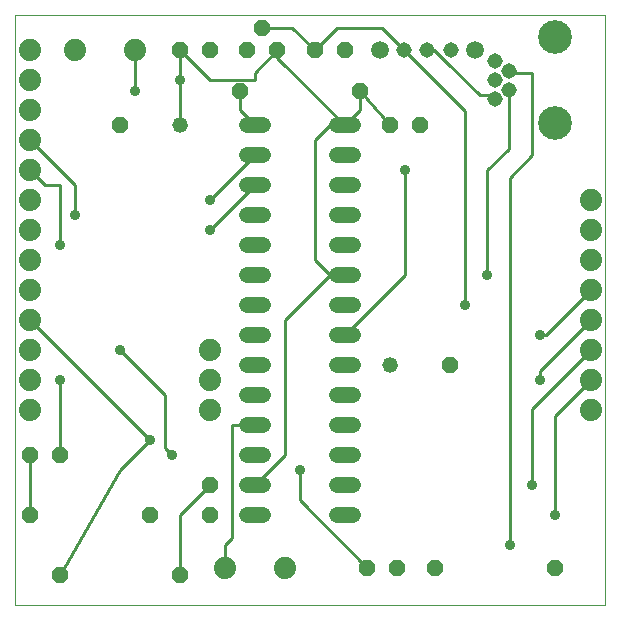
<source format=gtl>
G75*
%MOIN*%
%OFA0B0*%
%FSLAX25Y25*%
%IPPOS*%
%LPD*%
%AMOC8*
5,1,8,0,0,1.08239X$1,22.5*
%
%ADD10C,0.00000*%
%ADD11OC8,0.05200*%
%ADD12C,0.05200*%
%ADD13C,0.05150*%
%ADD14C,0.11220*%
%ADD15C,0.07400*%
%ADD16C,0.05200*%
%ADD17C,0.05937*%
%ADD18C,0.01000*%
%ADD19C,0.03562*%
D10*
X0001600Y0001600D02*
X0001600Y0198450D01*
X0198450Y0198450D01*
X0198450Y0001600D01*
X0001600Y0001600D01*
D11*
X0016600Y0011600D03*
X0006600Y0031600D03*
X0006600Y0051600D03*
X0016600Y0051600D03*
X0046600Y0031600D03*
X0066600Y0031600D03*
X0066600Y0041600D03*
X0056600Y0011600D03*
X0119100Y0014100D03*
X0129100Y0014100D03*
X0141600Y0014100D03*
X0181600Y0014100D03*
X0146600Y0081600D03*
X0136600Y0161600D03*
X0126600Y0161600D03*
X0116600Y0172850D03*
X0111600Y0186600D03*
X0101600Y0186600D03*
X0089100Y0186600D03*
X0084100Y0194100D03*
X0079100Y0186600D03*
X0066600Y0186600D03*
X0056600Y0186600D03*
X0076600Y0172850D03*
X0036600Y0161600D03*
D12*
X0056600Y0161600D03*
X0126600Y0081600D03*
D13*
X0161521Y0170301D03*
X0166246Y0173450D03*
X0161521Y0176600D03*
X0166246Y0179750D03*
X0161521Y0182899D03*
X0146974Y0186600D03*
X0139100Y0186600D03*
X0131226Y0186600D03*
D14*
X0181600Y0190970D03*
X0181600Y0162230D03*
D15*
X0193600Y0136600D03*
X0193600Y0126600D03*
X0193600Y0116600D03*
X0193600Y0106600D03*
X0193600Y0096600D03*
X0193600Y0086600D03*
X0193600Y0076600D03*
X0193600Y0066600D03*
X0091600Y0014100D03*
X0071600Y0014100D03*
X0066600Y0066600D03*
X0066600Y0076600D03*
X0066600Y0086600D03*
X0006600Y0086600D03*
X0006600Y0076600D03*
X0006600Y0066600D03*
X0006600Y0096600D03*
X0006600Y0106600D03*
X0006600Y0116600D03*
X0006600Y0126600D03*
X0006600Y0136600D03*
X0006600Y0146600D03*
X0006600Y0156600D03*
X0006600Y0166600D03*
X0006600Y0176600D03*
X0006600Y0186600D03*
X0021600Y0186600D03*
X0041600Y0186600D03*
D16*
X0079000Y0161600D02*
X0084200Y0161600D01*
X0084200Y0151600D02*
X0079000Y0151600D01*
X0079000Y0141600D02*
X0084200Y0141600D01*
X0084200Y0131600D02*
X0079000Y0131600D01*
X0079000Y0121600D02*
X0084200Y0121600D01*
X0084200Y0111600D02*
X0079000Y0111600D01*
X0079000Y0101600D02*
X0084200Y0101600D01*
X0084200Y0091600D02*
X0079000Y0091600D01*
X0079000Y0081600D02*
X0084200Y0081600D01*
X0084200Y0071600D02*
X0079000Y0071600D01*
X0079000Y0061600D02*
X0084200Y0061600D01*
X0084200Y0051600D02*
X0079000Y0051600D01*
X0079000Y0041600D02*
X0084200Y0041600D01*
X0084200Y0031600D02*
X0079000Y0031600D01*
X0109000Y0031600D02*
X0114200Y0031600D01*
X0114200Y0041600D02*
X0109000Y0041600D01*
X0109000Y0051600D02*
X0114200Y0051600D01*
X0114200Y0061600D02*
X0109000Y0061600D01*
X0109000Y0071600D02*
X0114200Y0071600D01*
X0114200Y0081600D02*
X0109000Y0081600D01*
X0109000Y0091600D02*
X0114200Y0091600D01*
X0114200Y0101600D02*
X0109000Y0101600D01*
X0109000Y0111600D02*
X0114200Y0111600D01*
X0114200Y0121600D02*
X0109000Y0121600D01*
X0109000Y0131600D02*
X0114200Y0131600D01*
X0114200Y0141600D02*
X0109000Y0141600D01*
X0109000Y0151600D02*
X0114200Y0151600D01*
X0114200Y0161600D02*
X0109000Y0161600D01*
D17*
X0123352Y0186600D03*
X0154848Y0186600D03*
D18*
X0145475Y0182725D02*
X0156600Y0171600D01*
X0160222Y0171600D01*
X0161521Y0170301D01*
X0166246Y0173450D02*
X0166246Y0153746D01*
X0159100Y0146600D01*
X0159100Y0111600D01*
X0151600Y0101600D02*
X0151600Y0166226D01*
X0131226Y0186600D01*
X0123876Y0193950D01*
X0108950Y0193950D01*
X0101600Y0186600D01*
X0094100Y0194100D01*
X0084100Y0194100D01*
X0089100Y0186600D02*
X0081600Y0179100D01*
X0081600Y0176600D01*
X0066600Y0176600D01*
X0056600Y0186600D01*
X0056600Y0176600D01*
X0056600Y0161600D01*
X0041600Y0172850D02*
X0041600Y0186600D01*
X0006600Y0156600D02*
X0021600Y0141600D01*
X0021600Y0131600D01*
X0016600Y0141600D02*
X0011600Y0141600D01*
X0006600Y0146600D01*
X0016600Y0141600D02*
X0016600Y0121600D01*
X0006600Y0096600D02*
X0046600Y0056600D01*
X0036600Y0046600D01*
X0016600Y0011600D01*
X0006600Y0031600D02*
X0006600Y0051600D01*
X0016600Y0051600D02*
X0016600Y0076600D01*
X0036600Y0086600D02*
X0051600Y0071600D01*
X0051600Y0054100D01*
X0054100Y0051600D01*
X0066600Y0041600D02*
X0056600Y0031600D01*
X0056600Y0011600D01*
X0071600Y0014100D02*
X0071600Y0021600D01*
X0074100Y0024100D01*
X0074100Y0061600D01*
X0081600Y0061600D01*
X0091600Y0051600D02*
X0091600Y0096600D01*
X0106600Y0111600D01*
X0111600Y0111600D01*
X0106600Y0111600D02*
X0101600Y0116600D01*
X0101600Y0156600D01*
X0106600Y0161600D01*
X0111600Y0161600D01*
X0089100Y0184100D01*
X0089100Y0186600D01*
X0076600Y0172850D02*
X0076600Y0166600D01*
X0081600Y0161600D01*
X0081600Y0151600D02*
X0066600Y0136600D01*
X0066600Y0126600D02*
X0081600Y0141600D01*
X0111600Y0161600D02*
X0116600Y0166600D01*
X0116600Y0172850D01*
X0126600Y0161600D01*
X0131600Y0146600D02*
X0131600Y0111600D01*
X0111600Y0091600D01*
X0091600Y0051600D02*
X0081600Y0041600D01*
X0096600Y0036600D02*
X0119100Y0014100D01*
X0096600Y0036600D02*
X0096600Y0046600D01*
X0166600Y0021600D02*
X0166600Y0144100D01*
X0174100Y0151600D01*
X0174100Y0179100D01*
X0166895Y0179100D01*
X0166246Y0179750D01*
X0145475Y0182725D02*
X0145369Y0182725D01*
X0141494Y0186600D01*
X0139100Y0186600D01*
X0193600Y0106600D02*
X0178600Y0091600D01*
X0176600Y0091600D01*
X0176600Y0079600D02*
X0193600Y0096600D01*
X0193600Y0086600D02*
X0174100Y0067100D01*
X0174100Y0041600D01*
X0181600Y0031600D02*
X0181600Y0064600D01*
X0193600Y0076600D01*
X0176600Y0076600D02*
X0176600Y0079600D01*
D19*
X0176600Y0076600D03*
X0176600Y0091600D03*
X0159100Y0111600D03*
X0151600Y0101600D03*
X0131600Y0146600D03*
X0066600Y0136600D03*
X0066600Y0126600D03*
X0036600Y0086600D03*
X0016600Y0076600D03*
X0046600Y0056600D03*
X0054100Y0051600D03*
X0096600Y0046600D03*
X0166600Y0021600D03*
X0181600Y0031600D03*
X0174100Y0041600D03*
X0056600Y0176600D03*
X0041600Y0172850D03*
X0021600Y0131600D03*
X0016600Y0121600D03*
M02*

</source>
